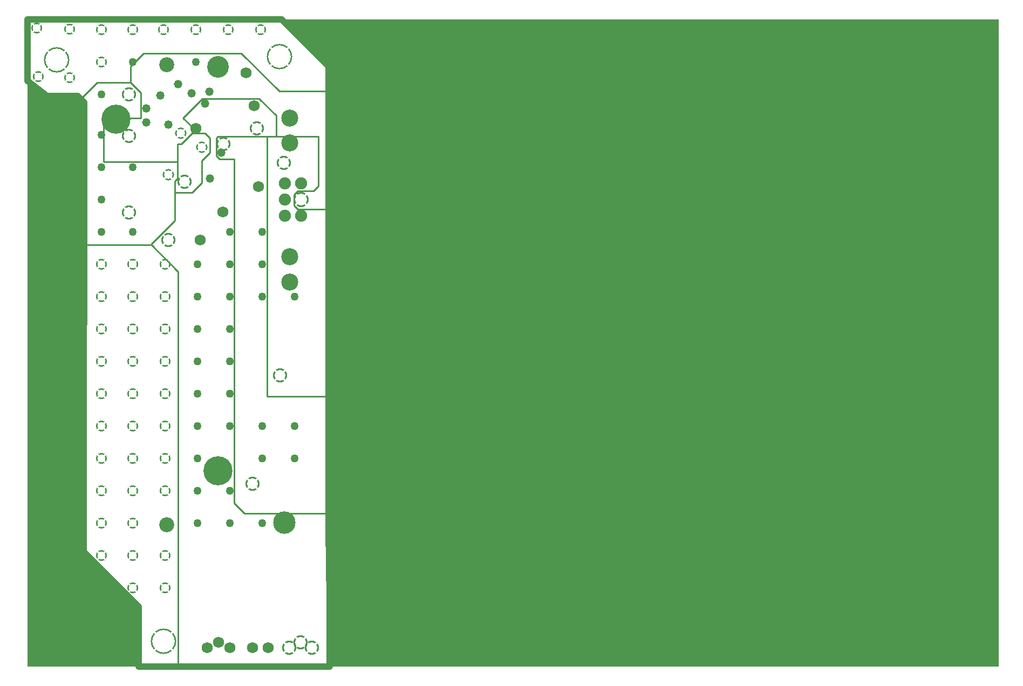
<source format=gbr>
G04*
G04 #@! TF.GenerationSoftware,Altium Limited,Altium Designer,23.10.1 (27)*
G04*
G04 Layer_Physical_Order=4*
G04 Layer_Color=8421376*
%FSLAX42Y42*%
%MOMM*%
G71*
G04*
G04 #@! TF.SameCoordinates,D788F153-7B32-47A3-9728-DC68925F5BF0*
G04*
G04*
G04 #@! TF.FilePolarity,Negative*
G04*
G01*
G75*
%ADD16C,0.25*%
%ADD50C,1.02*%
%ADD51C,2.67*%
%ADD52C,1.91*%
G04:AMPARAMS|DCode=53|XSize=4.024mm|YSize=4.024mm|CornerRadius=0mm|HoleSize=0mm|Usage=FLASHONLY|Rotation=0.000|XOffset=0mm|YOffset=0mm|HoleType=Round|Shape=Relief|Width=0.25mm|Gap=0.25mm|Entries=4|*
%AMTHD53*
7,0,0,4.02,3.52,0.25,45*
%
%ADD53THD53*%
G04:AMPARAMS|DCode=55|XSize=2.413mm|YSize=2.413mm|CornerRadius=0mm|HoleSize=0mm|Usage=FLASHONLY|Rotation=0.000|XOffset=0mm|YOffset=0mm|HoleType=Round|Shape=Relief|Width=0.25mm|Gap=0.25mm|Entries=4|*
%AMTHD55*
7,0,0,2.41,1.91,0.25,45*
%
%ADD55THD55*%
%ADD56C,2.34*%
%ADD57C,4.57*%
%ADD58C,3.41*%
G04:AMPARAMS|DCode=59|XSize=1.774mm|YSize=1.774mm|CornerRadius=0mm|HoleSize=0mm|Usage=FLASHONLY|Rotation=0.000|XOffset=0mm|YOffset=0mm|HoleType=Round|Shape=Relief|Width=0.25mm|Gap=0.25mm|Entries=4|*
%AMTHD59*
7,0,0,1.77,1.27,0.25,45*
%
%ADD59THD59*%
%ADD60C,1.32*%
%ADD61C,1.73*%
%ADD64C,3.52*%
%ADD66C,1.27*%
G04:AMPARAMS|DCode=67|XSize=2.2352mm|YSize=2.2352mm|CornerRadius=0mm|HoleSize=0mm|Usage=FLASHONLY|Rotation=0.000|XOffset=0mm|YOffset=0mm|HoleType=Round|Shape=Relief|Width=0.25mm|Gap=0.25mm|Entries=4|*
%AMTHD67*
7,0,0,2.24,1.73,0.25,45*
%
%ADD67THD67*%
G04:AMPARAMS|DCode=68|XSize=1.8237mm|YSize=1.8237mm|CornerRadius=0mm|HoleSize=0mm|Usage=FLASHONLY|Rotation=0.000|XOffset=0mm|YOffset=0mm|HoleType=Round|Shape=Relief|Width=0.25mm|Gap=0.25mm|Entries=4|*
%AMTHD68*
7,0,0,1.82,1.32,0.25,45*
%
%ADD68THD68*%
G36*
X12560Y-5563D02*
X2057D01*
Y-4498D01*
X2045Y-3416D01*
Y3835D01*
Y3861D01*
X1308Y4597D01*
X12560D01*
Y-5563D01*
D02*
G37*
G36*
X-2374Y3389D02*
X-1892D01*
X-1790Y3287D01*
X-1803Y-3760D01*
X-940Y-4623D01*
Y-5563D01*
X-2680D01*
Y3632D01*
X-2374Y3389D01*
D02*
G37*
D16*
X1270Y3467D02*
X2032D01*
X673Y4064D02*
X1270Y3467D01*
X-864Y4064D02*
X673D01*
X-1067Y3861D02*
X-864Y4064D01*
X-1067Y3607D02*
Y3861D01*
X1880Y1981D02*
Y2756D01*
X1803Y1905D02*
X1880Y1981D01*
X1753Y1905D02*
X1803D01*
X1562Y1613D02*
X2045D01*
X1499Y1676D02*
X1562Y1613D01*
X1499Y1676D02*
Y1842D01*
X1562Y1905D01*
X1753D01*
X-1486Y3048D02*
X-902D01*
X-241D02*
X63Y3353D01*
X952D01*
X1219Y3086D01*
Y2756D02*
Y3086D01*
X1080Y2515D02*
Y2756D01*
X1080Y2515D02*
X1080Y2515D01*
Y-1321D02*
X2045D01*
X1080Y2515D02*
X1080Y-1321D01*
X559Y2756D02*
X1880D01*
X305D02*
X559D01*
X279Y2731D02*
X305Y2756D01*
X279Y2451D02*
Y2731D01*
Y2451D02*
X330Y2400D01*
X559D01*
X559Y-2997D01*
X724Y-3162D01*
X2045D01*
X-1867Y3327D02*
X-1588Y3607D01*
X-1067D01*
X-902Y3442D01*
Y3048D02*
Y3442D01*
X-1486Y2362D02*
Y3048D01*
X-330Y2362D02*
Y2553D01*
X-241Y3048D02*
X-102Y2908D01*
Y2807D02*
Y2908D01*
X-743Y1060D02*
X-317Y635D01*
Y-5588D02*
Y635D01*
X178Y2502D02*
Y2731D01*
X-330Y2553D02*
Y2642D01*
X-267D01*
X-102Y2807D01*
X102D01*
X178Y2731D01*
X51Y2375D02*
X178Y2502D01*
X51Y2032D02*
Y2375D01*
X-102Y1880D02*
X51Y2032D01*
X-368Y1880D02*
X-102D01*
X-1854Y1054D02*
X-737D01*
X-743Y1060D02*
X-368Y1435D01*
Y2057D01*
X-330Y2095D01*
Y2362D01*
X-1486D02*
X-330D01*
D50*
X1308Y4597D02*
X2045Y3861D01*
X-2680Y4597D02*
X1308D01*
X2045Y3835D02*
Y3861D01*
X-1803Y-3760D02*
X-1790Y3287D01*
X-1803Y-3760D02*
X-940Y-4623D01*
Y-5563D02*
Y-4623D01*
Y-5563D02*
X2057D01*
X-2680Y3632D02*
Y4597D01*
Y3632D02*
X-2374Y3389D01*
X-1892D01*
X-1790Y3287D01*
X2057Y-5563D02*
Y-4498D01*
X2045Y-3416D02*
X2057Y-4498D01*
X2045Y-3416D02*
Y3835D01*
D51*
X1435Y475D02*
D03*
Y871D02*
D03*
X1435Y2652D02*
D03*
Y3048D02*
D03*
D52*
X1359Y1765D02*
D03*
Y2019D02*
D03*
X1613Y1511D02*
D03*
X1359D02*
D03*
X1613Y2019D02*
D03*
D53*
X-2223Y3962D02*
D03*
X-546Y-5169D02*
D03*
X1270Y4013D02*
D03*
D55*
X1613Y1765D02*
D03*
D56*
X-495Y-3340D02*
D03*
Y3882D02*
D03*
D57*
X-1295Y3031D02*
D03*
X305Y-2489D02*
D03*
D58*
Y3851D02*
D03*
D59*
X978Y4432D02*
D03*
X470D02*
D03*
X-38D02*
D03*
X-546D02*
D03*
X-521Y749D02*
D03*
Y241D02*
D03*
Y-267D02*
D03*
Y-775D02*
D03*
Y-1283D02*
D03*
Y-1791D02*
D03*
Y-2299D02*
D03*
Y-2807D02*
D03*
Y-3823D02*
D03*
Y-4331D02*
D03*
X-1029D02*
D03*
Y-3823D02*
D03*
Y-3315D02*
D03*
Y-2807D02*
D03*
Y-2299D02*
D03*
Y-1791D02*
D03*
Y-1283D02*
D03*
Y-775D02*
D03*
Y-267D02*
D03*
Y241D02*
D03*
Y749D02*
D03*
Y4432D02*
D03*
X-1524Y-3823D02*
D03*
Y-3315D02*
D03*
Y-2807D02*
D03*
Y-2299D02*
D03*
Y-1791D02*
D03*
Y-1283D02*
D03*
Y-775D02*
D03*
Y-267D02*
D03*
Y241D02*
D03*
Y749D02*
D03*
Y3924D02*
D03*
Y4432D02*
D03*
X-2019Y3683D02*
D03*
X-2515Y3696D02*
D03*
X-2019Y4445D02*
D03*
X-2540Y4458D02*
D03*
D60*
X-597Y3404D02*
D03*
X172Y3461D02*
D03*
X103Y3271D02*
D03*
X-109Y3436D02*
D03*
X-468Y2942D02*
D03*
X362Y2502D02*
D03*
X-823Y3200D02*
D03*
X-823Y2979D02*
D03*
X178Y2095D02*
D03*
X-317Y3581D02*
D03*
D61*
X317Y-5182D02*
D03*
X1092Y-5271D02*
D03*
X495D02*
D03*
X851D02*
D03*
X140D02*
D03*
X-38Y2883D02*
D03*
X940Y1968D02*
D03*
X876Y3238D02*
D03*
X25Y1130D02*
D03*
X749Y3759D02*
D03*
X381Y1575D02*
D03*
D64*
X1346Y-3302D02*
D03*
D66*
X1511Y241D02*
D03*
X-13Y-267D02*
D03*
X495D02*
D03*
Y-775D02*
D03*
X-13D02*
D03*
Y-1283D02*
D03*
X495D02*
D03*
X1511Y-1791D02*
D03*
Y-2299D02*
D03*
X1003D02*
D03*
Y-1791D02*
D03*
X495D02*
D03*
X-13D02*
D03*
Y-2299D02*
D03*
X495Y-2807D02*
D03*
X-13D02*
D03*
Y-3315D02*
D03*
X495D02*
D03*
X1003D02*
D03*
Y241D02*
D03*
Y749D02*
D03*
Y1257D02*
D03*
X495D02*
D03*
Y749D02*
D03*
Y241D02*
D03*
X-13D02*
D03*
Y749D02*
D03*
X-38Y3924D02*
D03*
X-1029Y1257D02*
D03*
Y2273D02*
D03*
Y3924D02*
D03*
X-1524Y1257D02*
D03*
Y1765D02*
D03*
Y2273D02*
D03*
Y2781D02*
D03*
Y3416D02*
D03*
D67*
X1600Y-5182D02*
D03*
X1778Y-5271D02*
D03*
X1422D02*
D03*
X1337Y2340D02*
D03*
X394Y2642D02*
D03*
X914Y2883D02*
D03*
X-216Y2045D02*
D03*
X-1092Y2769D02*
D03*
Y1562D02*
D03*
Y3416D02*
D03*
X-470Y1130D02*
D03*
X851Y-2692D02*
D03*
X1283Y-991D02*
D03*
D68*
X-279Y2807D02*
D03*
X-470Y2159D02*
D03*
X51Y2591D02*
D03*
M02*

</source>
